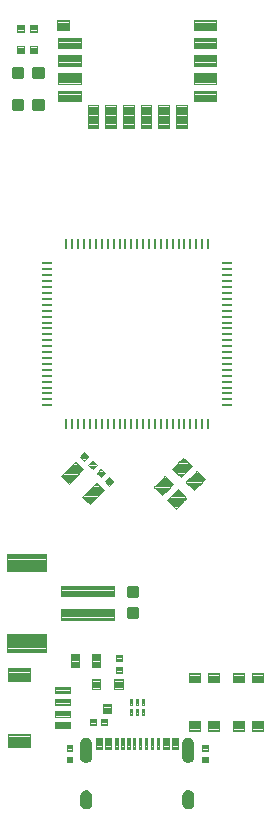
<source format=gtp>
G04 EAGLE Gerber RS-274X export*
G75*
%MOMM*%
%FSLAX34Y34*%
%LPD*%
%INSolderpaste Top*%
%IPPOS*%
%AMOC8*
5,1,8,0,0,1.08239X$1,22.5*%
G01*
%ADD10C,0.102000*%
%ADD11C,0.102500*%
%ADD12C,0.100000*%
%ADD13C,0.096000*%
%ADD14C,0.300000*%
%ADD15R,0.175000X0.900000*%
%ADD16R,0.900000X0.175000*%
%ADD17C,0.099000*%
%ADD18C,0.105000*%
%ADD19C,0.104000*%

G36*
X157300Y42427D02*
X157300Y42427D01*
X157301Y42427D01*
X158369Y42446D01*
X158376Y42451D01*
X158380Y42447D01*
X159417Y42703D01*
X159422Y42710D01*
X159428Y42707D01*
X160382Y43188D01*
X160386Y43195D01*
X160391Y43194D01*
X161215Y43875D01*
X161216Y43883D01*
X161222Y43883D01*
X161873Y44730D01*
X161873Y44738D01*
X161879Y44739D01*
X162326Y45710D01*
X162324Y45718D01*
X162329Y45720D01*
X162548Y46766D01*
X162545Y46773D01*
X162549Y46776D01*
X162549Y58776D01*
X162546Y58781D01*
X162549Y58784D01*
X162369Y59879D01*
X162363Y59885D01*
X162366Y59890D01*
X161947Y60918D01*
X161940Y60922D01*
X161942Y60927D01*
X161305Y61836D01*
X161297Y61839D01*
X161297Y61844D01*
X160474Y62588D01*
X160466Y62589D01*
X160465Y62595D01*
X159497Y63137D01*
X159488Y63136D01*
X159486Y63142D01*
X158422Y63455D01*
X158417Y63453D01*
X158413Y63453D01*
X158411Y63457D01*
X157303Y63525D01*
X157297Y63521D01*
X157293Y63525D01*
X156185Y63355D01*
X156179Y63349D01*
X156174Y63352D01*
X155132Y62940D01*
X155128Y62933D01*
X155123Y62935D01*
X154198Y62301D01*
X154196Y62293D01*
X154190Y62294D01*
X153430Y61471D01*
X153429Y61462D01*
X153423Y61462D01*
X152866Y60490D01*
X152867Y60482D01*
X152861Y60480D01*
X152534Y59408D01*
X152537Y59400D01*
X152532Y59397D01*
X152451Y58280D01*
X152452Y58277D01*
X152451Y58276D01*
X152451Y46276D01*
X152456Y46269D01*
X152452Y46265D01*
X152671Y45321D01*
X152677Y45315D01*
X152675Y45310D01*
X153099Y44438D01*
X153106Y44435D01*
X153104Y44429D01*
X153711Y43673D01*
X153719Y43671D01*
X153719Y43665D01*
X154479Y43064D01*
X154488Y43064D01*
X154489Y43058D01*
X155364Y42640D01*
X155372Y42642D01*
X155374Y42637D01*
X156320Y42425D01*
X156327Y42428D01*
X156331Y42423D01*
X157300Y42427D01*
G37*
G36*
X71881Y42436D02*
X71881Y42436D01*
X71888Y42441D01*
X71892Y42437D01*
X72944Y42687D01*
X72949Y42693D01*
X72954Y42690D01*
X73924Y43167D01*
X73927Y43175D01*
X73933Y43173D01*
X74772Y43854D01*
X74774Y43862D01*
X74780Y43862D01*
X75446Y44713D01*
X75447Y44721D01*
X75452Y44722D01*
X75913Y45699D01*
X75911Y45707D01*
X75917Y45710D01*
X76148Y46765D01*
X76145Y46773D01*
X76149Y46776D01*
X76149Y58776D01*
X76145Y58781D01*
X76149Y58784D01*
X75956Y59890D01*
X75950Y59895D01*
X75953Y59900D01*
X75520Y60935D01*
X75513Y60939D01*
X75515Y60944D01*
X74862Y61857D01*
X74854Y61859D01*
X74855Y61865D01*
X74016Y62609D01*
X74007Y62610D01*
X74007Y62615D01*
X73023Y63154D01*
X73015Y63153D01*
X73013Y63158D01*
X71934Y63465D01*
X71926Y63462D01*
X71923Y63467D01*
X70803Y63525D01*
X70798Y63522D01*
X70795Y63525D01*
X69749Y63407D01*
X69743Y63401D01*
X69738Y63405D01*
X68744Y63057D01*
X68740Y63050D01*
X68735Y63052D01*
X67843Y62492D01*
X67841Y62485D01*
X67835Y62485D01*
X67091Y61741D01*
X67089Y61733D01*
X67084Y61733D01*
X66524Y60841D01*
X66524Y60833D01*
X66519Y60832D01*
X66171Y59838D01*
X66174Y59830D01*
X66169Y59827D01*
X66051Y58782D01*
X66053Y58778D01*
X66051Y58776D01*
X66051Y46776D01*
X66054Y46771D01*
X66051Y46768D01*
X66209Y45772D01*
X66215Y45766D01*
X66212Y45761D01*
X66587Y44825D01*
X66594Y44821D01*
X66592Y44815D01*
X67166Y43986D01*
X67174Y43983D01*
X67173Y43978D01*
X67917Y43297D01*
X67926Y43296D01*
X67926Y43290D01*
X68803Y42792D01*
X68812Y42793D01*
X68814Y42788D01*
X69779Y42497D01*
X69787Y42500D01*
X69790Y42495D01*
X70797Y42427D01*
X70799Y42428D01*
X70800Y42427D01*
X71881Y42436D01*
G37*
G36*
X157804Y2931D02*
X157804Y2931D01*
X157807Y2927D01*
X158883Y3082D01*
X158888Y3088D01*
X158893Y3085D01*
X159907Y3475D01*
X159911Y3482D01*
X159917Y3481D01*
X160819Y4087D01*
X160821Y4095D01*
X160827Y4094D01*
X161571Y4886D01*
X161572Y4894D01*
X161578Y4894D01*
X162127Y5832D01*
X162126Y5840D01*
X162132Y5842D01*
X162459Y6878D01*
X162456Y6886D01*
X162461Y6889D01*
X162549Y7972D01*
X162547Y7975D01*
X162549Y7976D01*
X162549Y13976D01*
X162546Y13980D01*
X162549Y13982D01*
X162399Y15115D01*
X162393Y15121D01*
X162396Y15126D01*
X161998Y16196D01*
X161991Y16200D01*
X161993Y16206D01*
X161366Y17161D01*
X161358Y17164D01*
X161359Y17169D01*
X160536Y17961D01*
X160528Y17962D01*
X160527Y17968D01*
X159548Y18557D01*
X159540Y18556D01*
X159538Y18561D01*
X158453Y18917D01*
X158445Y18915D01*
X158442Y18919D01*
X157305Y19025D01*
X157296Y19020D01*
X157291Y19024D01*
X156154Y18817D01*
X156148Y18811D01*
X156143Y18814D01*
X155081Y18359D01*
X155077Y18352D01*
X155071Y18354D01*
X154136Y17674D01*
X154134Y17666D01*
X154128Y17667D01*
X153368Y16796D01*
X153368Y16788D01*
X153362Y16787D01*
X152815Y15768D01*
X152816Y15760D01*
X152811Y15758D01*
X152807Y15745D01*
X152794Y15696D01*
X152793Y15696D01*
X152794Y15696D01*
X152780Y15647D01*
X152766Y15597D01*
X152753Y15548D01*
X152739Y15499D01*
X152726Y15450D01*
X152712Y15400D01*
X152699Y15351D01*
X152685Y15302D01*
X152671Y15253D01*
X152658Y15203D01*
X152644Y15154D01*
X152631Y15105D01*
X152617Y15056D01*
X152604Y15006D01*
X152590Y14957D01*
X152577Y14908D01*
X152576Y14908D01*
X152563Y14859D01*
X152549Y14809D01*
X152504Y14644D01*
X152507Y14636D01*
X152502Y14633D01*
X152451Y13478D01*
X152452Y13477D01*
X152451Y13476D01*
X152451Y7476D01*
X152455Y7470D01*
X152452Y7467D01*
X152664Y6386D01*
X152670Y6381D01*
X152667Y6376D01*
X153114Y5370D01*
X153121Y5366D01*
X153119Y5360D01*
X153779Y4479D01*
X153787Y4476D01*
X153787Y4471D01*
X154626Y3758D01*
X154634Y3758D01*
X154635Y3752D01*
X155612Y3244D01*
X155620Y3245D01*
X155622Y3240D01*
X156687Y2962D01*
X156695Y2965D01*
X156698Y2961D01*
X157799Y2927D01*
X157804Y2931D01*
G37*
G36*
X71302Y2931D02*
X71302Y2931D01*
X71307Y2927D01*
X72394Y3072D01*
X72400Y3078D01*
X72405Y3075D01*
X73433Y3459D01*
X73438Y3465D01*
X73443Y3464D01*
X74360Y4066D01*
X74363Y4074D01*
X74369Y4073D01*
X75129Y4865D01*
X75130Y4873D01*
X75136Y4874D01*
X75700Y5815D01*
X75700Y5818D01*
X75701Y5819D01*
X75700Y5821D01*
X75699Y5823D01*
X75705Y5825D01*
X76046Y6868D01*
X76044Y6876D01*
X76048Y6879D01*
X76149Y7972D01*
X76147Y7974D01*
X76149Y7976D01*
X76149Y13976D01*
X76147Y13979D01*
X76149Y13981D01*
X76048Y15073D01*
X76043Y15079D01*
X76046Y15084D01*
X75705Y16127D01*
X75698Y16132D01*
X75700Y16137D01*
X75136Y17078D01*
X75128Y17081D01*
X75129Y17087D01*
X74369Y17879D01*
X74361Y17880D01*
X74360Y17886D01*
X73443Y18489D01*
X73435Y18488D01*
X73433Y18494D01*
X72405Y18877D01*
X72397Y18875D01*
X72394Y18880D01*
X71307Y19025D01*
X71299Y19021D01*
X71295Y19025D01*
X70158Y18919D01*
X70152Y18914D01*
X70147Y18917D01*
X69062Y18561D01*
X69057Y18554D01*
X69052Y18557D01*
X68073Y17968D01*
X68070Y17960D01*
X68064Y17961D01*
X67241Y17169D01*
X67240Y17161D01*
X67234Y17161D01*
X66607Y16206D01*
X66608Y16198D01*
X66602Y16196D01*
X66204Y15126D01*
X66206Y15118D01*
X66201Y15115D01*
X66051Y13982D01*
X66054Y13978D01*
X66051Y13976D01*
X66051Y7976D01*
X66054Y7972D01*
X66051Y7970D01*
X66201Y6837D01*
X66207Y6831D01*
X66204Y6826D01*
X66602Y5756D01*
X66609Y5752D01*
X66607Y5746D01*
X67234Y4791D01*
X67242Y4788D01*
X67241Y4783D01*
X68064Y3991D01*
X68072Y3990D01*
X68073Y3984D01*
X69052Y3395D01*
X69060Y3396D01*
X69062Y3391D01*
X70147Y3035D01*
X70155Y3038D01*
X70158Y3033D01*
X71295Y2927D01*
X71302Y2931D01*
G37*
D10*
X122790Y54086D02*
X120810Y54086D01*
X120810Y63066D01*
X122790Y63066D01*
X122790Y54086D01*
X122790Y55055D02*
X120810Y55055D01*
X120810Y56024D02*
X122790Y56024D01*
X122790Y56993D02*
X120810Y56993D01*
X120810Y57962D02*
X122790Y57962D01*
X122790Y58931D02*
X120810Y58931D01*
X120810Y59900D02*
X122790Y59900D01*
X122790Y60869D02*
X120810Y60869D01*
X120810Y61838D02*
X122790Y61838D01*
X122790Y62807D02*
X120810Y62807D01*
X117790Y54086D02*
X115810Y54086D01*
X115810Y63066D01*
X117790Y63066D01*
X117790Y54086D01*
X117790Y55055D02*
X115810Y55055D01*
X115810Y56024D02*
X117790Y56024D01*
X117790Y56993D02*
X115810Y56993D01*
X115810Y57962D02*
X117790Y57962D01*
X117790Y58931D02*
X115810Y58931D01*
X115810Y59900D02*
X117790Y59900D01*
X117790Y60869D02*
X115810Y60869D01*
X115810Y61838D02*
X117790Y61838D01*
X117790Y62807D02*
X115810Y62807D01*
X144060Y54086D02*
X149040Y54086D01*
X144060Y54086D02*
X144060Y63066D01*
X149040Y63066D01*
X149040Y54086D01*
X149040Y55055D02*
X144060Y55055D01*
X144060Y56024D02*
X149040Y56024D01*
X149040Y56993D02*
X144060Y56993D01*
X144060Y57962D02*
X149040Y57962D01*
X149040Y58931D02*
X144060Y58931D01*
X144060Y59900D02*
X149040Y59900D01*
X149040Y60869D02*
X144060Y60869D01*
X144060Y61838D02*
X149040Y61838D01*
X149040Y62807D02*
X144060Y62807D01*
X141290Y54086D02*
X136310Y54086D01*
X136310Y63066D01*
X141290Y63066D01*
X141290Y54086D01*
X141290Y55055D02*
X136310Y55055D01*
X136310Y56024D02*
X141290Y56024D01*
X141290Y56993D02*
X136310Y56993D01*
X136310Y57962D02*
X141290Y57962D01*
X141290Y58931D02*
X136310Y58931D01*
X136310Y59900D02*
X141290Y59900D01*
X141290Y60869D02*
X136310Y60869D01*
X136310Y61838D02*
X141290Y61838D01*
X141290Y62807D02*
X136310Y62807D01*
X132790Y54086D02*
X130810Y54086D01*
X130810Y63066D01*
X132790Y63066D01*
X132790Y54086D01*
X132790Y55055D02*
X130810Y55055D01*
X130810Y56024D02*
X132790Y56024D01*
X132790Y56993D02*
X130810Y56993D01*
X130810Y57962D02*
X132790Y57962D01*
X132790Y58931D02*
X130810Y58931D01*
X130810Y59900D02*
X132790Y59900D01*
X132790Y60869D02*
X130810Y60869D01*
X130810Y61838D02*
X132790Y61838D01*
X132790Y62807D02*
X130810Y62807D01*
X127790Y54086D02*
X125810Y54086D01*
X125810Y63066D01*
X127790Y63066D01*
X127790Y54086D01*
X127790Y55055D02*
X125810Y55055D01*
X125810Y56024D02*
X127790Y56024D01*
X127790Y56993D02*
X125810Y56993D01*
X125810Y57962D02*
X127790Y57962D01*
X127790Y58931D02*
X125810Y58931D01*
X125810Y59900D02*
X127790Y59900D01*
X127790Y60869D02*
X125810Y60869D01*
X125810Y61838D02*
X127790Y61838D01*
X127790Y62807D02*
X125810Y62807D01*
X107790Y63066D02*
X105810Y63066D01*
X107790Y63066D02*
X107790Y54086D01*
X105810Y54086D01*
X105810Y63066D01*
X105810Y55055D02*
X107790Y55055D01*
X107790Y56024D02*
X105810Y56024D01*
X105810Y56993D02*
X107790Y56993D01*
X107790Y57962D02*
X105810Y57962D01*
X105810Y58931D02*
X107790Y58931D01*
X107790Y59900D02*
X105810Y59900D01*
X105810Y60869D02*
X107790Y60869D01*
X107790Y61838D02*
X105810Y61838D01*
X105810Y62807D02*
X107790Y62807D01*
X110810Y63066D02*
X112790Y63066D01*
X112790Y54086D01*
X110810Y54086D01*
X110810Y63066D01*
X110810Y55055D02*
X112790Y55055D01*
X112790Y56024D02*
X110810Y56024D01*
X110810Y56993D02*
X112790Y56993D01*
X112790Y57962D02*
X110810Y57962D01*
X110810Y58931D02*
X112790Y58931D01*
X112790Y59900D02*
X110810Y59900D01*
X110810Y60869D02*
X112790Y60869D01*
X112790Y61838D02*
X110810Y61838D01*
X110810Y62807D02*
X112790Y62807D01*
X84540Y63066D02*
X79560Y63066D01*
X84540Y63066D02*
X84540Y54086D01*
X79560Y54086D01*
X79560Y63066D01*
X79560Y55055D02*
X84540Y55055D01*
X84540Y56024D02*
X79560Y56024D01*
X79560Y56993D02*
X84540Y56993D01*
X84540Y57962D02*
X79560Y57962D01*
X79560Y58931D02*
X84540Y58931D01*
X84540Y59900D02*
X79560Y59900D01*
X79560Y60869D02*
X84540Y60869D01*
X84540Y61838D02*
X79560Y61838D01*
X79560Y62807D02*
X84540Y62807D01*
X87310Y63066D02*
X92290Y63066D01*
X92290Y54086D01*
X87310Y54086D01*
X87310Y63066D01*
X87310Y55055D02*
X92290Y55055D01*
X92290Y56024D02*
X87310Y56024D01*
X87310Y56993D02*
X92290Y56993D01*
X92290Y57962D02*
X87310Y57962D01*
X87310Y58931D02*
X92290Y58931D01*
X92290Y59900D02*
X87310Y59900D01*
X87310Y60869D02*
X92290Y60869D01*
X92290Y61838D02*
X87310Y61838D01*
X87310Y62807D02*
X92290Y62807D01*
X95810Y63066D02*
X97790Y63066D01*
X97790Y54086D01*
X95810Y54086D01*
X95810Y63066D01*
X95810Y55055D02*
X97790Y55055D01*
X97790Y56024D02*
X95810Y56024D01*
X95810Y56993D02*
X97790Y56993D01*
X97790Y57962D02*
X95810Y57962D01*
X95810Y58931D02*
X97790Y58931D01*
X97790Y59900D02*
X95810Y59900D01*
X95810Y60869D02*
X97790Y60869D01*
X97790Y61838D02*
X95810Y61838D01*
X95810Y62807D02*
X97790Y62807D01*
X100810Y63066D02*
X102790Y63066D01*
X102790Y54086D01*
X100810Y54086D01*
X100810Y63066D01*
X100810Y55055D02*
X102790Y55055D01*
X102790Y56024D02*
X100810Y56024D01*
X100810Y56993D02*
X102790Y56993D01*
X102790Y57962D02*
X100810Y57962D01*
X100810Y58931D02*
X102790Y58931D01*
X102790Y59900D02*
X100810Y59900D01*
X100810Y60869D02*
X102790Y60869D01*
X102790Y61838D02*
X100810Y61838D01*
X100810Y62807D02*
X102790Y62807D01*
D11*
X110038Y82912D02*
X110038Y87988D01*
X110038Y82912D02*
X108562Y82912D01*
X108562Y87988D01*
X110038Y87988D01*
X110038Y83886D02*
X108562Y83886D01*
X108562Y84860D02*
X110038Y84860D01*
X110038Y85834D02*
X108562Y85834D01*
X108562Y86808D02*
X110038Y86808D01*
X110038Y87782D02*
X108562Y87782D01*
X115038Y87488D02*
X115038Y82912D01*
X113562Y82912D01*
X113562Y87488D01*
X115038Y87488D01*
X115038Y83886D02*
X113562Y83886D01*
X113562Y84860D02*
X115038Y84860D01*
X115038Y85834D02*
X113562Y85834D01*
X113562Y86808D02*
X115038Y86808D01*
X120038Y87488D02*
X120038Y82912D01*
X118562Y82912D01*
X118562Y87488D01*
X120038Y87488D01*
X120038Y83886D02*
X118562Y83886D01*
X118562Y84860D02*
X120038Y84860D01*
X120038Y85834D02*
X118562Y85834D01*
X118562Y86808D02*
X120038Y86808D01*
X118562Y91512D02*
X118562Y96088D01*
X120038Y96088D01*
X120038Y91512D01*
X118562Y91512D01*
X118562Y92486D02*
X120038Y92486D01*
X120038Y93460D02*
X118562Y93460D01*
X118562Y94434D02*
X120038Y94434D01*
X120038Y95408D02*
X118562Y95408D01*
X113562Y96088D02*
X113562Y91512D01*
X113562Y96088D02*
X115038Y96088D01*
X115038Y91512D01*
X113562Y91512D01*
X113562Y92486D02*
X115038Y92486D01*
X115038Y93460D02*
X113562Y93460D01*
X113562Y94434D02*
X115038Y94434D01*
X115038Y95408D02*
X113562Y95408D01*
X108562Y96088D02*
X108562Y91512D01*
X108562Y96088D02*
X110038Y96088D01*
X110038Y91512D01*
X108562Y91512D01*
X108562Y92486D02*
X110038Y92486D01*
X110038Y93460D02*
X108562Y93460D01*
X108562Y94434D02*
X110038Y94434D01*
X110038Y95408D02*
X108562Y95408D01*
D12*
X95060Y163300D02*
X95060Y172300D01*
X95060Y163300D02*
X50060Y163300D01*
X50060Y172300D01*
X95060Y172300D01*
X95060Y164250D02*
X50060Y164250D01*
X50060Y165200D02*
X95060Y165200D01*
X95060Y166150D02*
X50060Y166150D01*
X50060Y167100D02*
X95060Y167100D01*
X95060Y168050D02*
X50060Y168050D01*
X50060Y169000D02*
X95060Y169000D01*
X95060Y169950D02*
X50060Y169950D01*
X50060Y170900D02*
X95060Y170900D01*
X95060Y171850D02*
X50060Y171850D01*
X95060Y183300D02*
X95060Y192300D01*
X95060Y183300D02*
X50060Y183300D01*
X50060Y192300D01*
X95060Y192300D01*
X95060Y184250D02*
X50060Y184250D01*
X50060Y185200D02*
X95060Y185200D01*
X95060Y186150D02*
X50060Y186150D01*
X50060Y187100D02*
X95060Y187100D01*
X95060Y188050D02*
X50060Y188050D01*
X50060Y189000D02*
X95060Y189000D01*
X95060Y189950D02*
X50060Y189950D01*
X50060Y190900D02*
X95060Y190900D01*
X95060Y191850D02*
X50060Y191850D01*
D13*
X37080Y151320D02*
X4040Y151320D01*
X37080Y151320D02*
X37080Y136280D01*
X4040Y136280D01*
X4040Y151320D01*
X4040Y137192D02*
X37080Y137192D01*
X37080Y138104D02*
X4040Y138104D01*
X4040Y139016D02*
X37080Y139016D01*
X37080Y139928D02*
X4040Y139928D01*
X4040Y140840D02*
X37080Y140840D01*
X37080Y141752D02*
X4040Y141752D01*
X4040Y142664D02*
X37080Y142664D01*
X37080Y143576D02*
X4040Y143576D01*
X4040Y144488D02*
X37080Y144488D01*
X37080Y145400D02*
X4040Y145400D01*
X4040Y146312D02*
X37080Y146312D01*
X37080Y147224D02*
X4040Y147224D01*
X4040Y148136D02*
X37080Y148136D01*
X37080Y149048D02*
X4040Y149048D01*
X4040Y149960D02*
X37080Y149960D01*
X37080Y150872D02*
X4040Y150872D01*
X4040Y219320D02*
X37080Y219320D01*
X37080Y204280D01*
X4040Y204280D01*
X4040Y219320D01*
X4040Y205192D02*
X37080Y205192D01*
X37080Y206104D02*
X4040Y206104D01*
X4040Y207016D02*
X37080Y207016D01*
X37080Y207928D02*
X4040Y207928D01*
X4040Y208840D02*
X37080Y208840D01*
X37080Y209752D02*
X4040Y209752D01*
X4040Y210664D02*
X37080Y210664D01*
X37080Y211576D02*
X4040Y211576D01*
X4040Y212488D02*
X37080Y212488D01*
X37080Y213400D02*
X4040Y213400D01*
X4040Y214312D02*
X37080Y214312D01*
X37080Y215224D02*
X4040Y215224D01*
X4040Y216136D02*
X37080Y216136D01*
X37080Y217048D02*
X4040Y217048D01*
X4040Y217960D02*
X37080Y217960D01*
X37080Y218872D02*
X4040Y218872D01*
D14*
X107500Y172530D02*
X114500Y172530D01*
X114500Y165530D01*
X107500Y165530D01*
X107500Y172530D01*
X107500Y168380D02*
X114500Y168380D01*
X114500Y171230D02*
X107500Y171230D01*
X107500Y190070D02*
X114500Y190070D01*
X114500Y183070D01*
X107500Y183070D01*
X107500Y190070D01*
X107500Y185920D02*
X114500Y185920D01*
X114500Y188770D02*
X107500Y188770D01*
D10*
X169510Y57490D02*
X169510Y52510D01*
X169510Y57490D02*
X174490Y57490D01*
X174490Y52510D01*
X169510Y52510D01*
X169510Y53479D02*
X174490Y53479D01*
X174490Y54448D02*
X169510Y54448D01*
X169510Y55417D02*
X174490Y55417D01*
X174490Y56386D02*
X169510Y56386D01*
X169510Y57355D02*
X174490Y57355D01*
X169510Y47490D02*
X169510Y42510D01*
X169510Y47490D02*
X174490Y47490D01*
X174490Y42510D01*
X169510Y42510D01*
X169510Y43479D02*
X174490Y43479D01*
X174490Y44448D02*
X169510Y44448D01*
X169510Y45417D02*
X174490Y45417D01*
X174490Y46386D02*
X169510Y46386D01*
X169510Y47355D02*
X174490Y47355D01*
X54510Y52510D02*
X54510Y57490D01*
X59490Y57490D01*
X59490Y52510D01*
X54510Y52510D01*
X54510Y53479D02*
X59490Y53479D01*
X59490Y54448D02*
X54510Y54448D01*
X54510Y55417D02*
X59490Y55417D01*
X59490Y56386D02*
X54510Y56386D01*
X54510Y57355D02*
X59490Y57355D01*
X54510Y47490D02*
X54510Y42510D01*
X54510Y47490D02*
X59490Y47490D01*
X59490Y42510D01*
X54510Y42510D01*
X54510Y43479D02*
X59490Y43479D01*
X59490Y44448D02*
X54510Y44448D01*
X54510Y45417D02*
X59490Y45417D01*
X59490Y46386D02*
X54510Y46386D01*
X54510Y47355D02*
X59490Y47355D01*
D13*
X4530Y111380D02*
X4530Y122420D01*
X23570Y122420D01*
X23570Y111380D01*
X4530Y111380D01*
X4530Y112292D02*
X23570Y112292D01*
X23570Y113204D02*
X4530Y113204D01*
X4530Y114116D02*
X23570Y114116D01*
X23570Y115028D02*
X4530Y115028D01*
X4530Y115940D02*
X23570Y115940D01*
X23570Y116852D02*
X4530Y116852D01*
X4530Y117764D02*
X23570Y117764D01*
X23570Y118676D02*
X4530Y118676D01*
X4530Y119588D02*
X23570Y119588D01*
X23570Y120500D02*
X4530Y120500D01*
X4530Y121412D02*
X23570Y121412D01*
X23570Y122324D02*
X4530Y122324D01*
X4530Y66420D02*
X4530Y55380D01*
X4530Y66420D02*
X23570Y66420D01*
X23570Y55380D01*
X4530Y55380D01*
X4530Y56292D02*
X23570Y56292D01*
X23570Y57204D02*
X4530Y57204D01*
X4530Y58116D02*
X23570Y58116D01*
X23570Y59028D02*
X4530Y59028D01*
X4530Y59940D02*
X23570Y59940D01*
X23570Y60852D02*
X4530Y60852D01*
X4530Y61764D02*
X23570Y61764D01*
X23570Y62676D02*
X4530Y62676D01*
X4530Y63588D02*
X23570Y63588D01*
X23570Y64500D02*
X4530Y64500D01*
X4530Y65412D02*
X23570Y65412D01*
X23570Y66324D02*
X4530Y66324D01*
D10*
X44560Y101410D02*
X44560Y106390D01*
X57040Y106390D01*
X57040Y101410D01*
X44560Y101410D01*
X44560Y102379D02*
X57040Y102379D01*
X57040Y103348D02*
X44560Y103348D01*
X44560Y104317D02*
X57040Y104317D01*
X57040Y105286D02*
X44560Y105286D01*
X44560Y106255D02*
X57040Y106255D01*
X44560Y96390D02*
X44560Y91410D01*
X44560Y96390D02*
X57040Y96390D01*
X57040Y91410D01*
X44560Y91410D01*
X44560Y92379D02*
X57040Y92379D01*
X57040Y93348D02*
X44560Y93348D01*
X44560Y94317D02*
X57040Y94317D01*
X57040Y95286D02*
X44560Y95286D01*
X44560Y96255D02*
X57040Y96255D01*
X44560Y86390D02*
X44560Y81410D01*
X44560Y86390D02*
X57040Y86390D01*
X57040Y81410D01*
X44560Y81410D01*
X44560Y82379D02*
X57040Y82379D01*
X57040Y83348D02*
X44560Y83348D01*
X44560Y84317D02*
X57040Y84317D01*
X57040Y85286D02*
X44560Y85286D01*
X44560Y86255D02*
X57040Y86255D01*
X44560Y76390D02*
X44560Y71410D01*
X44560Y76390D02*
X57040Y76390D01*
X57040Y71410D01*
X44560Y71410D01*
X44560Y72379D02*
X57040Y72379D01*
X57040Y73348D02*
X44560Y73348D01*
X44560Y74317D02*
X57040Y74317D01*
X57040Y75286D02*
X44560Y75286D01*
X44560Y76255D02*
X57040Y76255D01*
D12*
X56800Y662300D02*
X56800Y671300D01*
X56800Y662300D02*
X46800Y662300D01*
X46800Y671300D01*
X56800Y671300D01*
X56800Y663250D02*
X46800Y663250D01*
X46800Y664200D02*
X56800Y664200D01*
X56800Y665150D02*
X46800Y665150D01*
X46800Y666100D02*
X56800Y666100D01*
X56800Y667050D02*
X46800Y667050D01*
X46800Y668000D02*
X56800Y668000D01*
X56800Y668950D02*
X46800Y668950D01*
X46800Y669900D02*
X56800Y669900D01*
X56800Y670850D02*
X46800Y670850D01*
X66300Y656300D02*
X66300Y647300D01*
X47300Y647300D01*
X47300Y656300D01*
X66300Y656300D01*
X66300Y648250D02*
X47300Y648250D01*
X47300Y649200D02*
X66300Y649200D01*
X66300Y650150D02*
X47300Y650150D01*
X47300Y651100D02*
X66300Y651100D01*
X66300Y652050D02*
X47300Y652050D01*
X47300Y653000D02*
X66300Y653000D01*
X66300Y653950D02*
X47300Y653950D01*
X47300Y654900D02*
X66300Y654900D01*
X66300Y655850D02*
X47300Y655850D01*
X66300Y641300D02*
X66300Y632300D01*
X47300Y632300D01*
X47300Y641300D01*
X66300Y641300D01*
X66300Y633250D02*
X47300Y633250D01*
X47300Y634200D02*
X66300Y634200D01*
X66300Y635150D02*
X47300Y635150D01*
X47300Y636100D02*
X66300Y636100D01*
X66300Y637050D02*
X47300Y637050D01*
X47300Y638000D02*
X66300Y638000D01*
X66300Y638950D02*
X47300Y638950D01*
X47300Y639900D02*
X66300Y639900D01*
X66300Y640850D02*
X47300Y640850D01*
X66300Y626300D02*
X66300Y617300D01*
X47300Y617300D01*
X47300Y626300D01*
X66300Y626300D01*
X66300Y618250D02*
X47300Y618250D01*
X47300Y619200D02*
X66300Y619200D01*
X66300Y620150D02*
X47300Y620150D01*
X47300Y621100D02*
X66300Y621100D01*
X66300Y622050D02*
X47300Y622050D01*
X47300Y623000D02*
X66300Y623000D01*
X66300Y623950D02*
X47300Y623950D01*
X47300Y624900D02*
X66300Y624900D01*
X66300Y625850D02*
X47300Y625850D01*
X66300Y611300D02*
X66300Y602300D01*
X47300Y602300D01*
X47300Y611300D01*
X66300Y611300D01*
X66300Y603250D02*
X47300Y603250D01*
X47300Y604200D02*
X66300Y604200D01*
X66300Y605150D02*
X47300Y605150D01*
X47300Y606100D02*
X66300Y606100D01*
X66300Y607050D02*
X47300Y607050D01*
X47300Y608000D02*
X66300Y608000D01*
X66300Y608950D02*
X47300Y608950D01*
X47300Y609900D02*
X66300Y609900D01*
X66300Y610850D02*
X47300Y610850D01*
X72300Y598800D02*
X81300Y598800D01*
X81300Y579800D01*
X72300Y579800D01*
X72300Y598800D01*
X72300Y580750D02*
X81300Y580750D01*
X81300Y581700D02*
X72300Y581700D01*
X72300Y582650D02*
X81300Y582650D01*
X81300Y583600D02*
X72300Y583600D01*
X72300Y584550D02*
X81300Y584550D01*
X81300Y585500D02*
X72300Y585500D01*
X72300Y586450D02*
X81300Y586450D01*
X81300Y587400D02*
X72300Y587400D01*
X72300Y588350D02*
X81300Y588350D01*
X81300Y589300D02*
X72300Y589300D01*
X72300Y590250D02*
X81300Y590250D01*
X81300Y591200D02*
X72300Y591200D01*
X72300Y592150D02*
X81300Y592150D01*
X81300Y593100D02*
X72300Y593100D01*
X72300Y594050D02*
X81300Y594050D01*
X81300Y595000D02*
X72300Y595000D01*
X72300Y595950D02*
X81300Y595950D01*
X81300Y596900D02*
X72300Y596900D01*
X72300Y597850D02*
X81300Y597850D01*
X81300Y598800D02*
X72300Y598800D01*
X87300Y598800D02*
X96300Y598800D01*
X96300Y579800D01*
X87300Y579800D01*
X87300Y598800D01*
X87300Y580750D02*
X96300Y580750D01*
X96300Y581700D02*
X87300Y581700D01*
X87300Y582650D02*
X96300Y582650D01*
X96300Y583600D02*
X87300Y583600D01*
X87300Y584550D02*
X96300Y584550D01*
X96300Y585500D02*
X87300Y585500D01*
X87300Y586450D02*
X96300Y586450D01*
X96300Y587400D02*
X87300Y587400D01*
X87300Y588350D02*
X96300Y588350D01*
X96300Y589300D02*
X87300Y589300D01*
X87300Y590250D02*
X96300Y590250D01*
X96300Y591200D02*
X87300Y591200D01*
X87300Y592150D02*
X96300Y592150D01*
X96300Y593100D02*
X87300Y593100D01*
X87300Y594050D02*
X96300Y594050D01*
X96300Y595000D02*
X87300Y595000D01*
X87300Y595950D02*
X96300Y595950D01*
X96300Y596900D02*
X87300Y596900D01*
X87300Y597850D02*
X96300Y597850D01*
X96300Y598800D02*
X87300Y598800D01*
X102300Y598800D02*
X111300Y598800D01*
X111300Y579800D01*
X102300Y579800D01*
X102300Y598800D01*
X102300Y580750D02*
X111300Y580750D01*
X111300Y581700D02*
X102300Y581700D01*
X102300Y582650D02*
X111300Y582650D01*
X111300Y583600D02*
X102300Y583600D01*
X102300Y584550D02*
X111300Y584550D01*
X111300Y585500D02*
X102300Y585500D01*
X102300Y586450D02*
X111300Y586450D01*
X111300Y587400D02*
X102300Y587400D01*
X102300Y588350D02*
X111300Y588350D01*
X111300Y589300D02*
X102300Y589300D01*
X102300Y590250D02*
X111300Y590250D01*
X111300Y591200D02*
X102300Y591200D01*
X102300Y592150D02*
X111300Y592150D01*
X111300Y593100D02*
X102300Y593100D01*
X102300Y594050D02*
X111300Y594050D01*
X111300Y595000D02*
X102300Y595000D01*
X102300Y595950D02*
X111300Y595950D01*
X111300Y596900D02*
X102300Y596900D01*
X102300Y597850D02*
X111300Y597850D01*
X111300Y598800D02*
X102300Y598800D01*
X117300Y598800D02*
X126300Y598800D01*
X126300Y579800D01*
X117300Y579800D01*
X117300Y598800D01*
X117300Y580750D02*
X126300Y580750D01*
X126300Y581700D02*
X117300Y581700D01*
X117300Y582650D02*
X126300Y582650D01*
X126300Y583600D02*
X117300Y583600D01*
X117300Y584550D02*
X126300Y584550D01*
X126300Y585500D02*
X117300Y585500D01*
X117300Y586450D02*
X126300Y586450D01*
X126300Y587400D02*
X117300Y587400D01*
X117300Y588350D02*
X126300Y588350D01*
X126300Y589300D02*
X117300Y589300D01*
X117300Y590250D02*
X126300Y590250D01*
X126300Y591200D02*
X117300Y591200D01*
X117300Y592150D02*
X126300Y592150D01*
X126300Y593100D02*
X117300Y593100D01*
X117300Y594050D02*
X126300Y594050D01*
X126300Y595000D02*
X117300Y595000D01*
X117300Y595950D02*
X126300Y595950D01*
X126300Y596900D02*
X117300Y596900D01*
X117300Y597850D02*
X126300Y597850D01*
X126300Y598800D02*
X117300Y598800D01*
X132300Y598800D02*
X141300Y598800D01*
X141300Y579800D01*
X132300Y579800D01*
X132300Y598800D01*
X132300Y580750D02*
X141300Y580750D01*
X141300Y581700D02*
X132300Y581700D01*
X132300Y582650D02*
X141300Y582650D01*
X141300Y583600D02*
X132300Y583600D01*
X132300Y584550D02*
X141300Y584550D01*
X141300Y585500D02*
X132300Y585500D01*
X132300Y586450D02*
X141300Y586450D01*
X141300Y587400D02*
X132300Y587400D01*
X132300Y588350D02*
X141300Y588350D01*
X141300Y589300D02*
X132300Y589300D01*
X132300Y590250D02*
X141300Y590250D01*
X141300Y591200D02*
X132300Y591200D01*
X132300Y592150D02*
X141300Y592150D01*
X141300Y593100D02*
X132300Y593100D01*
X132300Y594050D02*
X141300Y594050D01*
X141300Y595000D02*
X132300Y595000D01*
X132300Y595950D02*
X141300Y595950D01*
X141300Y596900D02*
X132300Y596900D01*
X132300Y597850D02*
X141300Y597850D01*
X141300Y598800D02*
X132300Y598800D01*
X147300Y598800D02*
X156300Y598800D01*
X156300Y579800D01*
X147300Y579800D01*
X147300Y598800D01*
X147300Y580750D02*
X156300Y580750D01*
X156300Y581700D02*
X147300Y581700D01*
X147300Y582650D02*
X156300Y582650D01*
X156300Y583600D02*
X147300Y583600D01*
X147300Y584550D02*
X156300Y584550D01*
X156300Y585500D02*
X147300Y585500D01*
X147300Y586450D02*
X156300Y586450D01*
X156300Y587400D02*
X147300Y587400D01*
X147300Y588350D02*
X156300Y588350D01*
X156300Y589300D02*
X147300Y589300D01*
X147300Y590250D02*
X156300Y590250D01*
X156300Y591200D02*
X147300Y591200D01*
X147300Y592150D02*
X156300Y592150D01*
X156300Y593100D02*
X147300Y593100D01*
X147300Y594050D02*
X156300Y594050D01*
X156300Y595000D02*
X147300Y595000D01*
X147300Y595950D02*
X156300Y595950D01*
X156300Y596900D02*
X147300Y596900D01*
X147300Y597850D02*
X156300Y597850D01*
X156300Y598800D02*
X147300Y598800D01*
X162300Y602300D02*
X162300Y611300D01*
X181300Y611300D01*
X181300Y602300D01*
X162300Y602300D01*
X162300Y603250D02*
X181300Y603250D01*
X181300Y604200D02*
X162300Y604200D01*
X162300Y605150D02*
X181300Y605150D01*
X181300Y606100D02*
X162300Y606100D01*
X162300Y607050D02*
X181300Y607050D01*
X181300Y608000D02*
X162300Y608000D01*
X162300Y608950D02*
X181300Y608950D01*
X181300Y609900D02*
X162300Y609900D01*
X162300Y610850D02*
X181300Y610850D01*
X162300Y617300D02*
X162300Y626300D01*
X181300Y626300D01*
X181300Y617300D01*
X162300Y617300D01*
X162300Y618250D02*
X181300Y618250D01*
X181300Y619200D02*
X162300Y619200D01*
X162300Y620150D02*
X181300Y620150D01*
X181300Y621100D02*
X162300Y621100D01*
X162300Y622050D02*
X181300Y622050D01*
X181300Y623000D02*
X162300Y623000D01*
X162300Y623950D02*
X181300Y623950D01*
X181300Y624900D02*
X162300Y624900D01*
X162300Y625850D02*
X181300Y625850D01*
X162300Y632300D02*
X162300Y641300D01*
X181300Y641300D01*
X181300Y632300D01*
X162300Y632300D01*
X162300Y633250D02*
X181300Y633250D01*
X181300Y634200D02*
X162300Y634200D01*
X162300Y635150D02*
X181300Y635150D01*
X181300Y636100D02*
X162300Y636100D01*
X162300Y637050D02*
X181300Y637050D01*
X181300Y638000D02*
X162300Y638000D01*
X162300Y638950D02*
X181300Y638950D01*
X181300Y639900D02*
X162300Y639900D01*
X162300Y640850D02*
X181300Y640850D01*
X162300Y647300D02*
X162300Y656300D01*
X181300Y656300D01*
X181300Y647300D01*
X162300Y647300D01*
X162300Y648250D02*
X181300Y648250D01*
X181300Y649200D02*
X162300Y649200D01*
X162300Y650150D02*
X181300Y650150D01*
X181300Y651100D02*
X162300Y651100D01*
X162300Y652050D02*
X181300Y652050D01*
X181300Y653000D02*
X162300Y653000D01*
X162300Y653950D02*
X181300Y653950D01*
X181300Y654900D02*
X162300Y654900D01*
X162300Y655850D02*
X181300Y655850D01*
X162300Y662300D02*
X162300Y671300D01*
X181300Y671300D01*
X181300Y662300D01*
X162300Y662300D01*
X162300Y663250D02*
X181300Y663250D01*
X181300Y664200D02*
X162300Y664200D01*
X162300Y665150D02*
X181300Y665150D01*
X181300Y666100D02*
X162300Y666100D01*
X162300Y667050D02*
X181300Y667050D01*
X181300Y668000D02*
X162300Y668000D01*
X162300Y668950D02*
X181300Y668950D01*
X181300Y669900D02*
X162300Y669900D01*
X162300Y670850D02*
X181300Y670850D01*
D15*
X54300Y328750D03*
X59300Y328750D03*
X64300Y328750D03*
X69300Y328750D03*
X74300Y328750D03*
X79300Y328750D03*
X84300Y328750D03*
X89300Y328750D03*
X94300Y328750D03*
X99300Y328750D03*
X104300Y328750D03*
X109300Y328750D03*
X114300Y328750D03*
X119300Y328750D03*
X124300Y328750D03*
X129300Y328750D03*
X134300Y328750D03*
X139300Y328750D03*
X144300Y328750D03*
X149300Y328750D03*
X154300Y328750D03*
X159300Y328750D03*
X164300Y328750D03*
X169300Y328750D03*
X174300Y328750D03*
D16*
X190550Y345000D03*
X190550Y350000D03*
X190550Y355000D03*
X190550Y360000D03*
X190550Y365000D03*
X190550Y370000D03*
X190550Y375000D03*
X190550Y380000D03*
X190550Y385000D03*
X190550Y390000D03*
X190550Y395000D03*
X190550Y400000D03*
X190550Y405000D03*
X190550Y410000D03*
X190550Y415000D03*
X190550Y420000D03*
X190550Y425000D03*
X190550Y430000D03*
X190550Y435000D03*
X190550Y440000D03*
X190550Y445000D03*
X190550Y450000D03*
X190550Y455000D03*
X190550Y460000D03*
X190550Y465000D03*
D15*
X174300Y481250D03*
X169300Y481250D03*
X164300Y481250D03*
X159300Y481250D03*
X154300Y481250D03*
X149300Y481250D03*
X144300Y481250D03*
X139300Y481250D03*
X134300Y481250D03*
X129300Y481250D03*
X124300Y481250D03*
X119300Y481250D03*
X114300Y481250D03*
X109300Y481250D03*
X104300Y481250D03*
X99300Y481250D03*
X94300Y481250D03*
X89300Y481250D03*
X84300Y481250D03*
X79300Y481250D03*
X74300Y481250D03*
X69300Y481250D03*
X64300Y481250D03*
X59300Y481250D03*
X54300Y481250D03*
D16*
X38050Y465000D03*
X38050Y460000D03*
X38050Y455000D03*
X38050Y450000D03*
X38050Y445000D03*
X38050Y440000D03*
X38050Y435000D03*
X38050Y430000D03*
X38050Y425000D03*
X38050Y420000D03*
X38050Y415000D03*
X38050Y410000D03*
X38050Y405000D03*
X38050Y400000D03*
X38050Y395000D03*
X38050Y390000D03*
X38050Y385000D03*
X38050Y380000D03*
X38050Y375000D03*
X38050Y370000D03*
X38050Y365000D03*
X38050Y360000D03*
X38050Y355000D03*
X38050Y350000D03*
X38050Y345000D03*
D12*
X49969Y285011D02*
X56333Y278647D01*
X49969Y285011D02*
X61989Y297031D01*
X68353Y290667D01*
X56333Y278647D01*
X57283Y279597D02*
X55383Y279597D01*
X54433Y280547D02*
X58233Y280547D01*
X59183Y281497D02*
X53483Y281497D01*
X52533Y282447D02*
X60133Y282447D01*
X61083Y283397D02*
X51583Y283397D01*
X50633Y284347D02*
X62033Y284347D01*
X62983Y285297D02*
X50255Y285297D01*
X51205Y286247D02*
X63933Y286247D01*
X64883Y287197D02*
X52155Y287197D01*
X53105Y288147D02*
X65833Y288147D01*
X66783Y289097D02*
X54055Y289097D01*
X55005Y290047D02*
X67733Y290047D01*
X68023Y290997D02*
X55955Y290997D01*
X56905Y291947D02*
X67073Y291947D01*
X66123Y292897D02*
X57855Y292897D01*
X58805Y293847D02*
X65173Y293847D01*
X64223Y294797D02*
X59755Y294797D01*
X60705Y295747D02*
X63273Y295747D01*
X62323Y296697D02*
X61655Y296697D01*
X67647Y267333D02*
X74011Y260969D01*
X67647Y267333D02*
X79667Y279353D01*
X86031Y272989D01*
X74011Y260969D01*
X74961Y261919D02*
X73061Y261919D01*
X72111Y262869D02*
X75911Y262869D01*
X76861Y263819D02*
X71161Y263819D01*
X70211Y264769D02*
X77811Y264769D01*
X78761Y265719D02*
X69261Y265719D01*
X68311Y266669D02*
X79711Y266669D01*
X80661Y267619D02*
X67933Y267619D01*
X68883Y268569D02*
X81611Y268569D01*
X82561Y269519D02*
X69833Y269519D01*
X70783Y270469D02*
X83511Y270469D01*
X84461Y271419D02*
X71733Y271419D01*
X72683Y272369D02*
X85411Y272369D01*
X85701Y273319D02*
X73633Y273319D01*
X74583Y274269D02*
X84751Y274269D01*
X83801Y275219D02*
X75533Y275219D01*
X76483Y276169D02*
X82851Y276169D01*
X81901Y277119D02*
X77433Y277119D01*
X78383Y278069D02*
X80951Y278069D01*
X80001Y279019D02*
X79333Y279019D01*
D10*
X80057Y294464D02*
X76536Y297985D01*
X80057Y294464D02*
X76536Y290943D01*
X73015Y294464D01*
X76536Y297985D01*
X77505Y291912D02*
X75567Y291912D01*
X74598Y292881D02*
X78474Y292881D01*
X79443Y293850D02*
X73629Y293850D01*
X73370Y294819D02*
X79702Y294819D01*
X78733Y295788D02*
X74339Y295788D01*
X75308Y296757D02*
X77764Y296757D01*
X76795Y297726D02*
X76277Y297726D01*
X72985Y301536D02*
X69464Y305057D01*
X72985Y301536D02*
X69464Y298015D01*
X65943Y301536D01*
X69464Y305057D01*
X70433Y298984D02*
X68495Y298984D01*
X67526Y299953D02*
X71402Y299953D01*
X72371Y300922D02*
X66557Y300922D01*
X66298Y301891D02*
X72630Y301891D01*
X71661Y302860D02*
X67267Y302860D01*
X68236Y303829D02*
X70692Y303829D01*
X69723Y304798D02*
X69205Y304798D01*
X79943Y287536D02*
X83464Y284015D01*
X79943Y287536D02*
X83464Y291057D01*
X86985Y287536D01*
X83464Y284015D01*
X84433Y284984D02*
X82495Y284984D01*
X81526Y285953D02*
X85402Y285953D01*
X86371Y286922D02*
X80557Y286922D01*
X80298Y287891D02*
X86630Y287891D01*
X85661Y288860D02*
X81267Y288860D01*
X82236Y289829D02*
X84692Y289829D01*
X83723Y290798D02*
X83205Y290798D01*
X87015Y280464D02*
X90536Y276943D01*
X87015Y280464D02*
X90536Y283985D01*
X94057Y280464D01*
X90536Y276943D01*
X91505Y277912D02*
X89567Y277912D01*
X88598Y278881D02*
X92474Y278881D01*
X93443Y279850D02*
X87629Y279850D01*
X87370Y280819D02*
X93702Y280819D01*
X92733Y281788D02*
X88339Y281788D01*
X89308Y282757D02*
X91764Y282757D01*
X90795Y283726D02*
X90277Y283726D01*
D17*
X143983Y291375D02*
X153181Y300573D01*
X160259Y293495D01*
X151061Y284297D01*
X143983Y291375D01*
X150121Y285237D02*
X152001Y285237D01*
X152941Y286177D02*
X149181Y286177D01*
X148241Y287117D02*
X153881Y287117D01*
X154821Y288057D02*
X147301Y288057D01*
X146361Y288997D02*
X155761Y288997D01*
X156701Y289937D02*
X145421Y289937D01*
X144481Y290877D02*
X157641Y290877D01*
X158581Y291817D02*
X144425Y291817D01*
X145365Y292757D02*
X159521Y292757D01*
X160057Y293697D02*
X146305Y293697D01*
X147245Y294637D02*
X159117Y294637D01*
X158177Y295577D02*
X148185Y295577D01*
X149125Y296517D02*
X157237Y296517D01*
X156297Y297457D02*
X150065Y297457D01*
X151005Y298397D02*
X155357Y298397D01*
X154417Y299337D02*
X151945Y299337D01*
X152885Y300277D02*
X153477Y300277D01*
X137625Y285017D02*
X128427Y275819D01*
X137625Y285017D02*
X144703Y277939D01*
X135505Y268741D01*
X128427Y275819D01*
X134565Y269681D02*
X136445Y269681D01*
X137385Y270621D02*
X133625Y270621D01*
X132685Y271561D02*
X138325Y271561D01*
X139265Y272501D02*
X131745Y272501D01*
X130805Y273441D02*
X140205Y273441D01*
X141145Y274381D02*
X129865Y274381D01*
X128925Y275321D02*
X142085Y275321D01*
X143025Y276261D02*
X128869Y276261D01*
X129809Y277201D02*
X143965Y277201D01*
X144501Y278141D02*
X130749Y278141D01*
X131689Y279081D02*
X143561Y279081D01*
X142621Y280021D02*
X132629Y280021D01*
X133569Y280961D02*
X141681Y280961D01*
X140741Y281901D02*
X134509Y281901D01*
X135449Y282841D02*
X139801Y282841D01*
X138861Y283781D02*
X136389Y283781D01*
X137329Y284721D02*
X137921Y284721D01*
X148939Y273703D02*
X139741Y264505D01*
X148939Y273703D02*
X156017Y266625D01*
X146819Y257427D01*
X139741Y264505D01*
X145879Y258367D02*
X147759Y258367D01*
X148699Y259307D02*
X144939Y259307D01*
X143999Y260247D02*
X149639Y260247D01*
X150579Y261187D02*
X143059Y261187D01*
X142119Y262127D02*
X151519Y262127D01*
X152459Y263067D02*
X141179Y263067D01*
X140239Y264007D02*
X153399Y264007D01*
X154339Y264947D02*
X140183Y264947D01*
X141123Y265887D02*
X155279Y265887D01*
X155815Y266827D02*
X142063Y266827D01*
X143003Y267767D02*
X154875Y267767D01*
X153935Y268707D02*
X143943Y268707D01*
X144883Y269647D02*
X152995Y269647D01*
X152055Y270587D02*
X145823Y270587D01*
X146763Y271527D02*
X151115Y271527D01*
X150175Y272467D02*
X147703Y272467D01*
X148643Y273407D02*
X149235Y273407D01*
X155297Y280061D02*
X164495Y289259D01*
X171573Y282181D01*
X162375Y272983D01*
X155297Y280061D01*
X161435Y273923D02*
X163315Y273923D01*
X164255Y274863D02*
X160495Y274863D01*
X159555Y275803D02*
X165195Y275803D01*
X166135Y276743D02*
X158615Y276743D01*
X157675Y277683D02*
X167075Y277683D01*
X168015Y278623D02*
X156735Y278623D01*
X155795Y279563D02*
X168955Y279563D01*
X169895Y280503D02*
X155739Y280503D01*
X156679Y281443D02*
X170835Y281443D01*
X171371Y282383D02*
X157619Y282383D01*
X158559Y283323D02*
X170431Y283323D01*
X169491Y284263D02*
X159499Y284263D01*
X160439Y285203D02*
X168551Y285203D01*
X167611Y286143D02*
X161379Y286143D01*
X162319Y287083D02*
X166671Y287083D01*
X165731Y288023D02*
X163259Y288023D01*
X164199Y288963D02*
X164791Y288963D01*
X167505Y118505D02*
X167505Y110495D01*
X158495Y110495D01*
X158495Y118505D01*
X167505Y118505D01*
X167505Y111435D02*
X158495Y111435D01*
X158495Y112375D02*
X167505Y112375D01*
X167505Y113315D02*
X158495Y113315D01*
X158495Y114255D02*
X167505Y114255D01*
X167505Y115195D02*
X158495Y115195D01*
X158495Y116135D02*
X167505Y116135D01*
X167505Y117075D02*
X158495Y117075D01*
X158495Y118015D02*
X167505Y118015D01*
X183505Y118505D02*
X183505Y110495D01*
X174495Y110495D01*
X174495Y118505D01*
X183505Y118505D01*
X183505Y111435D02*
X174495Y111435D01*
X174495Y112375D02*
X183505Y112375D01*
X183505Y113315D02*
X174495Y113315D01*
X174495Y114255D02*
X183505Y114255D01*
X183505Y115195D02*
X174495Y115195D01*
X174495Y116135D02*
X183505Y116135D01*
X183505Y117075D02*
X174495Y117075D01*
X174495Y118015D02*
X183505Y118015D01*
X183505Y77505D02*
X183505Y69495D01*
X174495Y69495D01*
X174495Y77505D01*
X183505Y77505D01*
X183505Y70435D02*
X174495Y70435D01*
X174495Y71375D02*
X183505Y71375D01*
X183505Y72315D02*
X174495Y72315D01*
X174495Y73255D02*
X183505Y73255D01*
X183505Y74195D02*
X174495Y74195D01*
X174495Y75135D02*
X183505Y75135D01*
X183505Y76075D02*
X174495Y76075D01*
X174495Y77015D02*
X183505Y77015D01*
X167505Y77505D02*
X167505Y69495D01*
X158495Y69495D01*
X158495Y77505D01*
X167505Y77505D01*
X167505Y70435D02*
X158495Y70435D01*
X158495Y71375D02*
X167505Y71375D01*
X167505Y72315D02*
X158495Y72315D01*
X158495Y73255D02*
X167505Y73255D01*
X167505Y74195D02*
X158495Y74195D01*
X158495Y75135D02*
X167505Y75135D01*
X167505Y76075D02*
X158495Y76075D01*
X158495Y77015D02*
X167505Y77015D01*
X211495Y77505D02*
X211495Y69495D01*
X211495Y77505D02*
X220505Y77505D01*
X220505Y69495D01*
X211495Y69495D01*
X211495Y70435D02*
X220505Y70435D01*
X220505Y71375D02*
X211495Y71375D01*
X211495Y72315D02*
X220505Y72315D01*
X220505Y73255D02*
X211495Y73255D01*
X211495Y74195D02*
X220505Y74195D01*
X220505Y75135D02*
X211495Y75135D01*
X211495Y76075D02*
X220505Y76075D01*
X220505Y77015D02*
X211495Y77015D01*
X195495Y77505D02*
X195495Y69495D01*
X195495Y77505D02*
X204505Y77505D01*
X204505Y69495D01*
X195495Y69495D01*
X195495Y70435D02*
X204505Y70435D01*
X204505Y71375D02*
X195495Y71375D01*
X195495Y72315D02*
X204505Y72315D01*
X204505Y73255D02*
X195495Y73255D01*
X195495Y74195D02*
X204505Y74195D01*
X204505Y75135D02*
X195495Y75135D01*
X195495Y76075D02*
X204505Y76075D01*
X204505Y77015D02*
X195495Y77015D01*
X195495Y110495D02*
X195495Y118505D01*
X204505Y118505D01*
X204505Y110495D01*
X195495Y110495D01*
X195495Y111435D02*
X204505Y111435D01*
X204505Y112375D02*
X195495Y112375D01*
X195495Y113315D02*
X204505Y113315D01*
X204505Y114255D02*
X195495Y114255D01*
X195495Y115195D02*
X204505Y115195D01*
X204505Y116135D02*
X195495Y116135D01*
X195495Y117075D02*
X204505Y117075D01*
X204505Y118015D02*
X195495Y118015D01*
X211495Y118505D02*
X211495Y110495D01*
X211495Y118505D02*
X220505Y118505D01*
X220505Y110495D01*
X211495Y110495D01*
X211495Y111435D02*
X220505Y111435D01*
X220505Y112375D02*
X211495Y112375D01*
X211495Y113315D02*
X220505Y113315D01*
X220505Y114255D02*
X211495Y114255D01*
X211495Y115195D02*
X220505Y115195D01*
X220505Y116135D02*
X211495Y116135D01*
X211495Y117075D02*
X220505Y117075D01*
X220505Y118015D02*
X211495Y118015D01*
D14*
X16730Y622500D02*
X16730Y629500D01*
X16730Y622500D02*
X9730Y622500D01*
X9730Y629500D01*
X16730Y629500D01*
X16730Y625350D02*
X9730Y625350D01*
X9730Y628200D02*
X16730Y628200D01*
X34270Y629500D02*
X34270Y622500D01*
X27270Y622500D01*
X27270Y629500D01*
X34270Y629500D01*
X34270Y625350D02*
X27270Y625350D01*
X27270Y628200D02*
X34270Y628200D01*
D18*
X18475Y661175D02*
X18475Y667125D01*
X18475Y661175D02*
X12525Y661175D01*
X12525Y667125D01*
X18475Y667125D01*
X18475Y662172D02*
X12525Y662172D01*
X12525Y663169D02*
X18475Y663169D01*
X18475Y664166D02*
X12525Y664166D01*
X12525Y665163D02*
X18475Y665163D01*
X18475Y666160D02*
X12525Y666160D01*
X29475Y667125D02*
X29475Y661175D01*
X23525Y661175D01*
X23525Y667125D01*
X29475Y667125D01*
X29475Y662172D02*
X23525Y662172D01*
X23525Y663169D02*
X29475Y663169D01*
X29475Y664166D02*
X23525Y664166D01*
X23525Y665163D02*
X29475Y665163D01*
X29475Y666160D02*
X23525Y666160D01*
X29475Y648825D02*
X29475Y642875D01*
X23525Y642875D01*
X23525Y648825D01*
X29475Y648825D01*
X29475Y643872D02*
X23525Y643872D01*
X23525Y644869D02*
X29475Y644869D01*
X29475Y645866D02*
X23525Y645866D01*
X23525Y646863D02*
X29475Y646863D01*
X29475Y647860D02*
X23525Y647860D01*
X18475Y648825D02*
X18475Y642875D01*
X12525Y642875D01*
X12525Y648825D01*
X18475Y648825D01*
X18475Y643872D02*
X12525Y643872D01*
X12525Y644869D02*
X18475Y644869D01*
X18475Y645866D02*
X12525Y645866D01*
X12525Y646863D02*
X18475Y646863D01*
X18475Y647860D02*
X12525Y647860D01*
D14*
X16730Y602500D02*
X16730Y595500D01*
X9730Y595500D01*
X9730Y602500D01*
X16730Y602500D01*
X16730Y598350D02*
X9730Y598350D01*
X9730Y601200D02*
X16730Y601200D01*
X34270Y602500D02*
X34270Y595500D01*
X27270Y595500D01*
X27270Y602500D01*
X34270Y602500D01*
X34270Y598350D02*
X27270Y598350D01*
X27270Y601200D02*
X34270Y601200D01*
D19*
X76020Y133980D02*
X82980Y133980D01*
X82980Y123020D01*
X76020Y123020D01*
X76020Y133980D01*
X76020Y124008D02*
X82980Y124008D01*
X82980Y124996D02*
X76020Y124996D01*
X76020Y125984D02*
X82980Y125984D01*
X82980Y126972D02*
X76020Y126972D01*
X76020Y127960D02*
X82980Y127960D01*
X82980Y128948D02*
X76020Y128948D01*
X76020Y129936D02*
X82980Y129936D01*
X82980Y130924D02*
X76020Y130924D01*
X76020Y131912D02*
X82980Y131912D01*
X82980Y132900D02*
X76020Y132900D01*
X76020Y133888D02*
X82980Y133888D01*
X64980Y133980D02*
X58020Y133980D01*
X64980Y133980D02*
X64980Y123020D01*
X58020Y123020D01*
X58020Y133980D01*
X58020Y124008D02*
X64980Y124008D01*
X64980Y124996D02*
X58020Y124996D01*
X58020Y125984D02*
X64980Y125984D01*
X64980Y126972D02*
X58020Y126972D01*
X58020Y127960D02*
X64980Y127960D01*
X64980Y128948D02*
X58020Y128948D01*
X58020Y129936D02*
X64980Y129936D01*
X64980Y130924D02*
X58020Y130924D01*
X58020Y131912D02*
X64980Y131912D01*
X64980Y132900D02*
X58020Y132900D01*
X58020Y133888D02*
X64980Y133888D01*
X95020Y112980D02*
X101980Y112980D01*
X101980Y105020D01*
X95020Y105020D01*
X95020Y112980D01*
X95020Y106008D02*
X101980Y106008D01*
X101980Y106996D02*
X95020Y106996D01*
X95020Y107984D02*
X101980Y107984D01*
X101980Y108972D02*
X95020Y108972D01*
X95020Y109960D02*
X101980Y109960D01*
X101980Y110948D02*
X95020Y110948D01*
X95020Y111936D02*
X101980Y111936D01*
X101980Y112924D02*
X95020Y112924D01*
X82980Y112980D02*
X76020Y112980D01*
X82980Y112980D02*
X82980Y105020D01*
X76020Y105020D01*
X76020Y112980D01*
X76020Y106008D02*
X82980Y106008D01*
X82980Y106996D02*
X76020Y106996D01*
X76020Y107984D02*
X82980Y107984D01*
X82980Y108972D02*
X76020Y108972D01*
X76020Y109960D02*
X82980Y109960D01*
X82980Y110948D02*
X76020Y110948D01*
X76020Y111936D02*
X82980Y111936D01*
X82980Y112924D02*
X76020Y112924D01*
X85520Y91980D02*
X92480Y91980D01*
X92480Y84020D01*
X85520Y84020D01*
X85520Y91980D01*
X85520Y85008D02*
X92480Y85008D01*
X92480Y85996D02*
X85520Y85996D01*
X85520Y86984D02*
X92480Y86984D01*
X92480Y87972D02*
X85520Y87972D01*
X85520Y88960D02*
X92480Y88960D01*
X92480Y89948D02*
X85520Y89948D01*
X85520Y90936D02*
X92480Y90936D01*
X92480Y91924D02*
X85520Y91924D01*
D10*
X96010Y128510D02*
X96010Y133490D01*
X100990Y133490D01*
X100990Y128510D01*
X96010Y128510D01*
X96010Y129479D02*
X100990Y129479D01*
X100990Y130448D02*
X96010Y130448D01*
X96010Y131417D02*
X100990Y131417D01*
X100990Y132386D02*
X96010Y132386D01*
X96010Y133355D02*
X100990Y133355D01*
X96010Y123490D02*
X96010Y118510D01*
X96010Y123490D02*
X100990Y123490D01*
X100990Y118510D01*
X96010Y118510D01*
X96010Y119479D02*
X100990Y119479D01*
X100990Y120448D02*
X96010Y120448D01*
X96010Y121417D02*
X100990Y121417D01*
X100990Y122386D02*
X96010Y122386D01*
X96010Y123355D02*
X100990Y123355D01*
X88990Y79490D02*
X84010Y79490D01*
X88990Y79490D02*
X88990Y74510D01*
X84010Y74510D01*
X84010Y79490D01*
X84010Y75479D02*
X88990Y75479D01*
X88990Y76448D02*
X84010Y76448D01*
X84010Y77417D02*
X88990Y77417D01*
X88990Y78386D02*
X84010Y78386D01*
X84010Y79355D02*
X88990Y79355D01*
X78990Y79490D02*
X74010Y79490D01*
X78990Y79490D02*
X78990Y74510D01*
X74010Y74510D01*
X74010Y79490D01*
X74010Y75479D02*
X78990Y75479D01*
X78990Y76448D02*
X74010Y76448D01*
X74010Y77417D02*
X78990Y77417D01*
X78990Y78386D02*
X74010Y78386D01*
X74010Y79355D02*
X78990Y79355D01*
M02*

</source>
